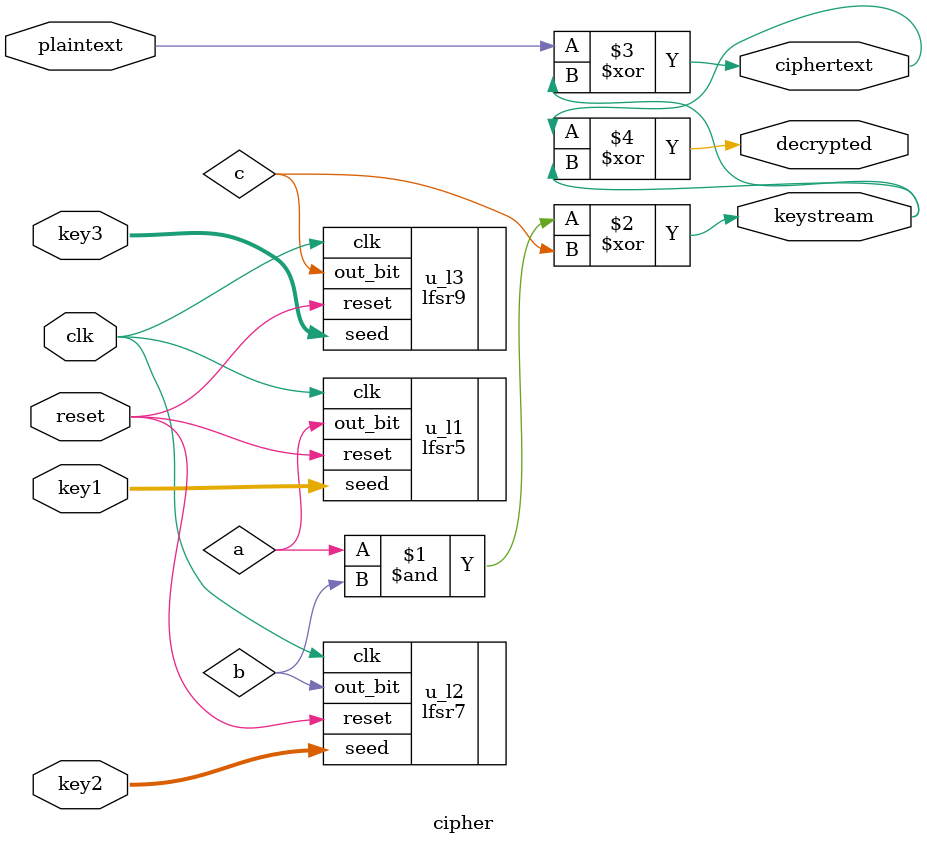
<source format=v>

module cipher (
    input  wire       clk,
    input  wire       reset,        // loads seeds into LFSRs when 1
    input  wire [4:0] key1,
    input  wire [6:0] key2,
    input  wire [8:0] key3,
    input  wire       plaintext,
    output wire       keystream,
    output wire       ciphertext,
    output wire       decrypted
);

    wire a, b, c;

    lfsr5 u_l1 (.clk(clk), .reset(reset), .seed(key1), .out_bit(a));
    lfsr7 u_l2 (.clk(clk), .reset(reset), .seed(key2), .out_bit(b));
    lfsr9 u_l3 (.clk(clk), .reset(reset), .seed(key3), .out_bit(c));

    assign keystream  = (a & b) ^ c;
    assign ciphertext = plaintext ^ keystream;
    assign decrypted  = ciphertext ^ keystream;

endmodule

</source>
